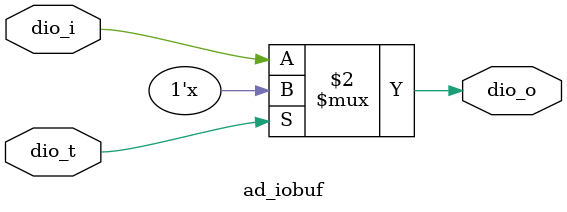
<source format=v>

`timescale 1ns/100ps

module ad_iobuf #(

  parameter     DATA_WIDTH = 1) (

  input       [(DATA_WIDTH-1):0]  dio_t,
  input       [(DATA_WIDTH-1):0]  dio_i,
  output      [(DATA_WIDTH-1):0]  dio_o);


  genvar n;
  generate
  for (n = 0; n < DATA_WIDTH; n = n + 1) begin: g_iobuf
  assign dio_o[n] = (dio_t[n] == 1'b1) ? 1'bz : dio_i[n];
  end
  endgenerate

endmodule

// ***************************************************************************
// ***************************************************************************

</source>
